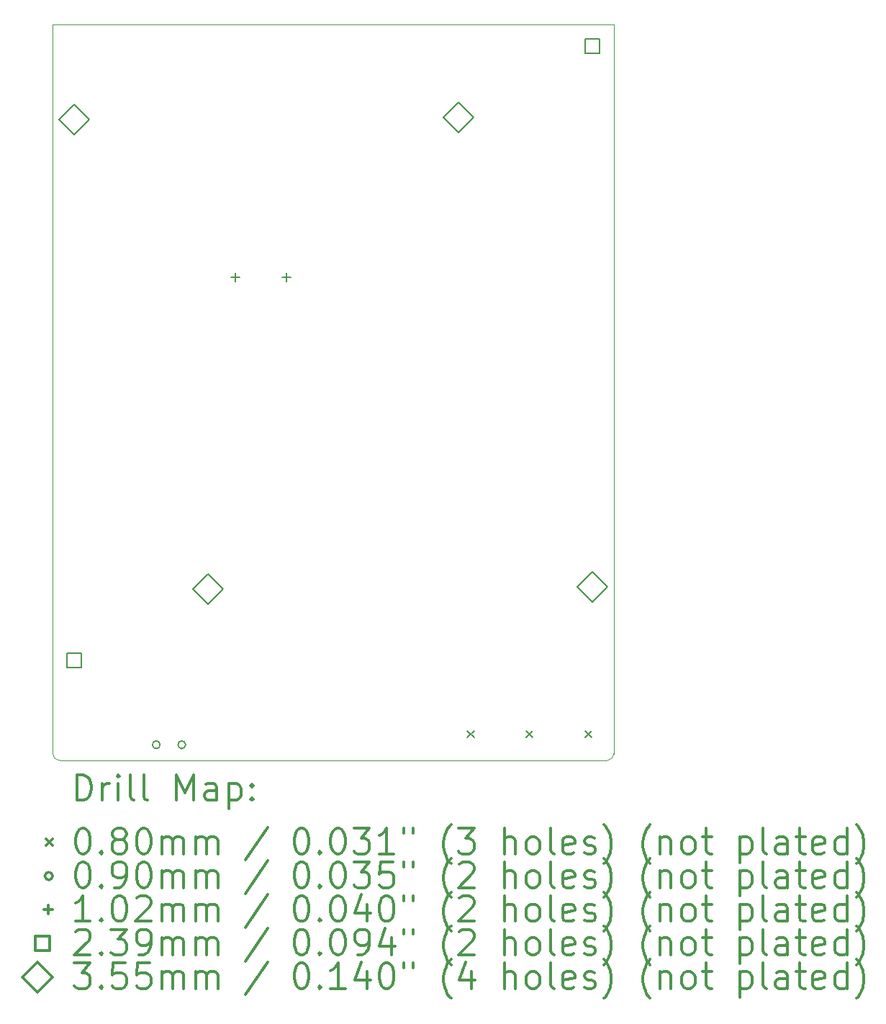
<source format=gbr>
%FSLAX45Y45*%
G04 Gerber Fmt 4.5, Leading zero omitted, Abs format (unit mm)*
G04 Created by KiCad (PCBNEW (5.1.6)-1) date 2022-04-22 11:55:39*
%MOMM*%
%LPD*%
G01*
G04 APERTURE LIST*
%TA.AperFunction,Profile*%
%ADD10C,0.050000*%
%TD*%
%ADD11C,0.200000*%
%ADD12C,0.300000*%
G04 APERTURE END LIST*
D10*
X11480000Y-14450000D02*
X17920000Y-14450000D01*
X11400000Y-5800000D02*
X18000000Y-5800000D01*
X11480000Y-14450000D02*
G75*
G02*
X11400000Y-14370000I0J80000D01*
G01*
X18000000Y-14370000D02*
G75*
G02*
X17920000Y-14450000I-80000J0D01*
G01*
X18000000Y-14370000D02*
X18000000Y-5800000D01*
X11400000Y-5800000D02*
X11400000Y-14370000D01*
D11*
X17659167Y-14102500D02*
X17739167Y-14182500D01*
X17739167Y-14102500D02*
X17659167Y-14182500D01*
X16967083Y-14102500D02*
X17047083Y-14182500D01*
X17047083Y-14102500D02*
X16967083Y-14182500D01*
X16275000Y-14102500D02*
X16355000Y-14182500D01*
X16355000Y-14102500D02*
X16275000Y-14182500D01*
X12662500Y-14265000D02*
G75*
G03*
X12662500Y-14265000I-45000J0D01*
G01*
X12962500Y-14265000D02*
G75*
G03*
X12962500Y-14265000I-45000J0D01*
G01*
X13546000Y-8716000D02*
X13546000Y-8818000D01*
X13495000Y-8767000D02*
X13597000Y-8767000D01*
X14146000Y-8716000D02*
X14146000Y-8818000D01*
X14095000Y-8767000D02*
X14197000Y-8767000D01*
X11737500Y-13355500D02*
X11737500Y-13186500D01*
X11568500Y-13186500D01*
X11568500Y-13355500D01*
X11737500Y-13355500D01*
X17831500Y-6133500D02*
X17831500Y-5964500D01*
X17662500Y-5964500D01*
X17662500Y-6133500D01*
X17831500Y-6133500D01*
X11653000Y-7090500D02*
X11830500Y-6913000D01*
X11653000Y-6735500D01*
X11475500Y-6913000D01*
X11653000Y-7090500D01*
X13227000Y-12610500D02*
X13404500Y-12433000D01*
X13227000Y-12255500D01*
X13049500Y-12433000D01*
X13227000Y-12610500D01*
X16173000Y-7064500D02*
X16350500Y-6887000D01*
X16173000Y-6709500D01*
X15995500Y-6887000D01*
X16173000Y-7064500D01*
X17747000Y-12584500D02*
X17924500Y-12407000D01*
X17747000Y-12229500D01*
X17569500Y-12407000D01*
X17747000Y-12584500D01*
D12*
X11683928Y-14918214D02*
X11683928Y-14618214D01*
X11755357Y-14618214D01*
X11798214Y-14632500D01*
X11826786Y-14661071D01*
X11841071Y-14689643D01*
X11855357Y-14746786D01*
X11855357Y-14789643D01*
X11841071Y-14846786D01*
X11826786Y-14875357D01*
X11798214Y-14903929D01*
X11755357Y-14918214D01*
X11683928Y-14918214D01*
X11983928Y-14918214D02*
X11983928Y-14718214D01*
X11983928Y-14775357D02*
X11998214Y-14746786D01*
X12012500Y-14732500D01*
X12041071Y-14718214D01*
X12069643Y-14718214D01*
X12169643Y-14918214D02*
X12169643Y-14718214D01*
X12169643Y-14618214D02*
X12155357Y-14632500D01*
X12169643Y-14646786D01*
X12183928Y-14632500D01*
X12169643Y-14618214D01*
X12169643Y-14646786D01*
X12355357Y-14918214D02*
X12326786Y-14903929D01*
X12312500Y-14875357D01*
X12312500Y-14618214D01*
X12512500Y-14918214D02*
X12483928Y-14903929D01*
X12469643Y-14875357D01*
X12469643Y-14618214D01*
X12855357Y-14918214D02*
X12855357Y-14618214D01*
X12955357Y-14832500D01*
X13055357Y-14618214D01*
X13055357Y-14918214D01*
X13326786Y-14918214D02*
X13326786Y-14761071D01*
X13312500Y-14732500D01*
X13283928Y-14718214D01*
X13226786Y-14718214D01*
X13198214Y-14732500D01*
X13326786Y-14903929D02*
X13298214Y-14918214D01*
X13226786Y-14918214D01*
X13198214Y-14903929D01*
X13183928Y-14875357D01*
X13183928Y-14846786D01*
X13198214Y-14818214D01*
X13226786Y-14803929D01*
X13298214Y-14803929D01*
X13326786Y-14789643D01*
X13469643Y-14718214D02*
X13469643Y-15018214D01*
X13469643Y-14732500D02*
X13498214Y-14718214D01*
X13555357Y-14718214D01*
X13583928Y-14732500D01*
X13598214Y-14746786D01*
X13612500Y-14775357D01*
X13612500Y-14861071D01*
X13598214Y-14889643D01*
X13583928Y-14903929D01*
X13555357Y-14918214D01*
X13498214Y-14918214D01*
X13469643Y-14903929D01*
X13741071Y-14889643D02*
X13755357Y-14903929D01*
X13741071Y-14918214D01*
X13726786Y-14903929D01*
X13741071Y-14889643D01*
X13741071Y-14918214D01*
X13741071Y-14732500D02*
X13755357Y-14746786D01*
X13741071Y-14761071D01*
X13726786Y-14746786D01*
X13741071Y-14732500D01*
X13741071Y-14761071D01*
X11317500Y-15372500D02*
X11397500Y-15452500D01*
X11397500Y-15372500D02*
X11317500Y-15452500D01*
X11741071Y-15248214D02*
X11769643Y-15248214D01*
X11798214Y-15262500D01*
X11812500Y-15276786D01*
X11826786Y-15305357D01*
X11841071Y-15362500D01*
X11841071Y-15433929D01*
X11826786Y-15491071D01*
X11812500Y-15519643D01*
X11798214Y-15533929D01*
X11769643Y-15548214D01*
X11741071Y-15548214D01*
X11712500Y-15533929D01*
X11698214Y-15519643D01*
X11683928Y-15491071D01*
X11669643Y-15433929D01*
X11669643Y-15362500D01*
X11683928Y-15305357D01*
X11698214Y-15276786D01*
X11712500Y-15262500D01*
X11741071Y-15248214D01*
X11969643Y-15519643D02*
X11983928Y-15533929D01*
X11969643Y-15548214D01*
X11955357Y-15533929D01*
X11969643Y-15519643D01*
X11969643Y-15548214D01*
X12155357Y-15376786D02*
X12126786Y-15362500D01*
X12112500Y-15348214D01*
X12098214Y-15319643D01*
X12098214Y-15305357D01*
X12112500Y-15276786D01*
X12126786Y-15262500D01*
X12155357Y-15248214D01*
X12212500Y-15248214D01*
X12241071Y-15262500D01*
X12255357Y-15276786D01*
X12269643Y-15305357D01*
X12269643Y-15319643D01*
X12255357Y-15348214D01*
X12241071Y-15362500D01*
X12212500Y-15376786D01*
X12155357Y-15376786D01*
X12126786Y-15391071D01*
X12112500Y-15405357D01*
X12098214Y-15433929D01*
X12098214Y-15491071D01*
X12112500Y-15519643D01*
X12126786Y-15533929D01*
X12155357Y-15548214D01*
X12212500Y-15548214D01*
X12241071Y-15533929D01*
X12255357Y-15519643D01*
X12269643Y-15491071D01*
X12269643Y-15433929D01*
X12255357Y-15405357D01*
X12241071Y-15391071D01*
X12212500Y-15376786D01*
X12455357Y-15248214D02*
X12483928Y-15248214D01*
X12512500Y-15262500D01*
X12526786Y-15276786D01*
X12541071Y-15305357D01*
X12555357Y-15362500D01*
X12555357Y-15433929D01*
X12541071Y-15491071D01*
X12526786Y-15519643D01*
X12512500Y-15533929D01*
X12483928Y-15548214D01*
X12455357Y-15548214D01*
X12426786Y-15533929D01*
X12412500Y-15519643D01*
X12398214Y-15491071D01*
X12383928Y-15433929D01*
X12383928Y-15362500D01*
X12398214Y-15305357D01*
X12412500Y-15276786D01*
X12426786Y-15262500D01*
X12455357Y-15248214D01*
X12683928Y-15548214D02*
X12683928Y-15348214D01*
X12683928Y-15376786D02*
X12698214Y-15362500D01*
X12726786Y-15348214D01*
X12769643Y-15348214D01*
X12798214Y-15362500D01*
X12812500Y-15391071D01*
X12812500Y-15548214D01*
X12812500Y-15391071D02*
X12826786Y-15362500D01*
X12855357Y-15348214D01*
X12898214Y-15348214D01*
X12926786Y-15362500D01*
X12941071Y-15391071D01*
X12941071Y-15548214D01*
X13083928Y-15548214D02*
X13083928Y-15348214D01*
X13083928Y-15376786D02*
X13098214Y-15362500D01*
X13126786Y-15348214D01*
X13169643Y-15348214D01*
X13198214Y-15362500D01*
X13212500Y-15391071D01*
X13212500Y-15548214D01*
X13212500Y-15391071D02*
X13226786Y-15362500D01*
X13255357Y-15348214D01*
X13298214Y-15348214D01*
X13326786Y-15362500D01*
X13341071Y-15391071D01*
X13341071Y-15548214D01*
X13926786Y-15233929D02*
X13669643Y-15619643D01*
X14312500Y-15248214D02*
X14341071Y-15248214D01*
X14369643Y-15262500D01*
X14383928Y-15276786D01*
X14398214Y-15305357D01*
X14412500Y-15362500D01*
X14412500Y-15433929D01*
X14398214Y-15491071D01*
X14383928Y-15519643D01*
X14369643Y-15533929D01*
X14341071Y-15548214D01*
X14312500Y-15548214D01*
X14283928Y-15533929D01*
X14269643Y-15519643D01*
X14255357Y-15491071D01*
X14241071Y-15433929D01*
X14241071Y-15362500D01*
X14255357Y-15305357D01*
X14269643Y-15276786D01*
X14283928Y-15262500D01*
X14312500Y-15248214D01*
X14541071Y-15519643D02*
X14555357Y-15533929D01*
X14541071Y-15548214D01*
X14526786Y-15533929D01*
X14541071Y-15519643D01*
X14541071Y-15548214D01*
X14741071Y-15248214D02*
X14769643Y-15248214D01*
X14798214Y-15262500D01*
X14812500Y-15276786D01*
X14826786Y-15305357D01*
X14841071Y-15362500D01*
X14841071Y-15433929D01*
X14826786Y-15491071D01*
X14812500Y-15519643D01*
X14798214Y-15533929D01*
X14769643Y-15548214D01*
X14741071Y-15548214D01*
X14712500Y-15533929D01*
X14698214Y-15519643D01*
X14683928Y-15491071D01*
X14669643Y-15433929D01*
X14669643Y-15362500D01*
X14683928Y-15305357D01*
X14698214Y-15276786D01*
X14712500Y-15262500D01*
X14741071Y-15248214D01*
X14941071Y-15248214D02*
X15126786Y-15248214D01*
X15026786Y-15362500D01*
X15069643Y-15362500D01*
X15098214Y-15376786D01*
X15112500Y-15391071D01*
X15126786Y-15419643D01*
X15126786Y-15491071D01*
X15112500Y-15519643D01*
X15098214Y-15533929D01*
X15069643Y-15548214D01*
X14983928Y-15548214D01*
X14955357Y-15533929D01*
X14941071Y-15519643D01*
X15412500Y-15548214D02*
X15241071Y-15548214D01*
X15326786Y-15548214D02*
X15326786Y-15248214D01*
X15298214Y-15291071D01*
X15269643Y-15319643D01*
X15241071Y-15333929D01*
X15526786Y-15248214D02*
X15526786Y-15305357D01*
X15641071Y-15248214D02*
X15641071Y-15305357D01*
X16083928Y-15662500D02*
X16069643Y-15648214D01*
X16041071Y-15605357D01*
X16026786Y-15576786D01*
X16012500Y-15533929D01*
X15998214Y-15462500D01*
X15998214Y-15405357D01*
X16012500Y-15333929D01*
X16026786Y-15291071D01*
X16041071Y-15262500D01*
X16069643Y-15219643D01*
X16083928Y-15205357D01*
X16169643Y-15248214D02*
X16355357Y-15248214D01*
X16255357Y-15362500D01*
X16298214Y-15362500D01*
X16326786Y-15376786D01*
X16341071Y-15391071D01*
X16355357Y-15419643D01*
X16355357Y-15491071D01*
X16341071Y-15519643D01*
X16326786Y-15533929D01*
X16298214Y-15548214D01*
X16212500Y-15548214D01*
X16183928Y-15533929D01*
X16169643Y-15519643D01*
X16712500Y-15548214D02*
X16712500Y-15248214D01*
X16841071Y-15548214D02*
X16841071Y-15391071D01*
X16826786Y-15362500D01*
X16798214Y-15348214D01*
X16755357Y-15348214D01*
X16726786Y-15362500D01*
X16712500Y-15376786D01*
X17026786Y-15548214D02*
X16998214Y-15533929D01*
X16983928Y-15519643D01*
X16969643Y-15491071D01*
X16969643Y-15405357D01*
X16983928Y-15376786D01*
X16998214Y-15362500D01*
X17026786Y-15348214D01*
X17069643Y-15348214D01*
X17098214Y-15362500D01*
X17112500Y-15376786D01*
X17126786Y-15405357D01*
X17126786Y-15491071D01*
X17112500Y-15519643D01*
X17098214Y-15533929D01*
X17069643Y-15548214D01*
X17026786Y-15548214D01*
X17298214Y-15548214D02*
X17269643Y-15533929D01*
X17255357Y-15505357D01*
X17255357Y-15248214D01*
X17526786Y-15533929D02*
X17498214Y-15548214D01*
X17441071Y-15548214D01*
X17412500Y-15533929D01*
X17398214Y-15505357D01*
X17398214Y-15391071D01*
X17412500Y-15362500D01*
X17441071Y-15348214D01*
X17498214Y-15348214D01*
X17526786Y-15362500D01*
X17541071Y-15391071D01*
X17541071Y-15419643D01*
X17398214Y-15448214D01*
X17655357Y-15533929D02*
X17683928Y-15548214D01*
X17741071Y-15548214D01*
X17769643Y-15533929D01*
X17783928Y-15505357D01*
X17783928Y-15491071D01*
X17769643Y-15462500D01*
X17741071Y-15448214D01*
X17698214Y-15448214D01*
X17669643Y-15433929D01*
X17655357Y-15405357D01*
X17655357Y-15391071D01*
X17669643Y-15362500D01*
X17698214Y-15348214D01*
X17741071Y-15348214D01*
X17769643Y-15362500D01*
X17883928Y-15662500D02*
X17898214Y-15648214D01*
X17926786Y-15605357D01*
X17941071Y-15576786D01*
X17955357Y-15533929D01*
X17969643Y-15462500D01*
X17969643Y-15405357D01*
X17955357Y-15333929D01*
X17941071Y-15291071D01*
X17926786Y-15262500D01*
X17898214Y-15219643D01*
X17883928Y-15205357D01*
X18426786Y-15662500D02*
X18412500Y-15648214D01*
X18383928Y-15605357D01*
X18369643Y-15576786D01*
X18355357Y-15533929D01*
X18341071Y-15462500D01*
X18341071Y-15405357D01*
X18355357Y-15333929D01*
X18369643Y-15291071D01*
X18383928Y-15262500D01*
X18412500Y-15219643D01*
X18426786Y-15205357D01*
X18541071Y-15348214D02*
X18541071Y-15548214D01*
X18541071Y-15376786D02*
X18555357Y-15362500D01*
X18583928Y-15348214D01*
X18626786Y-15348214D01*
X18655357Y-15362500D01*
X18669643Y-15391071D01*
X18669643Y-15548214D01*
X18855357Y-15548214D02*
X18826786Y-15533929D01*
X18812500Y-15519643D01*
X18798214Y-15491071D01*
X18798214Y-15405357D01*
X18812500Y-15376786D01*
X18826786Y-15362500D01*
X18855357Y-15348214D01*
X18898214Y-15348214D01*
X18926786Y-15362500D01*
X18941071Y-15376786D01*
X18955357Y-15405357D01*
X18955357Y-15491071D01*
X18941071Y-15519643D01*
X18926786Y-15533929D01*
X18898214Y-15548214D01*
X18855357Y-15548214D01*
X19041071Y-15348214D02*
X19155357Y-15348214D01*
X19083928Y-15248214D02*
X19083928Y-15505357D01*
X19098214Y-15533929D01*
X19126786Y-15548214D01*
X19155357Y-15548214D01*
X19483928Y-15348214D02*
X19483928Y-15648214D01*
X19483928Y-15362500D02*
X19512500Y-15348214D01*
X19569643Y-15348214D01*
X19598214Y-15362500D01*
X19612500Y-15376786D01*
X19626786Y-15405357D01*
X19626786Y-15491071D01*
X19612500Y-15519643D01*
X19598214Y-15533929D01*
X19569643Y-15548214D01*
X19512500Y-15548214D01*
X19483928Y-15533929D01*
X19798214Y-15548214D02*
X19769643Y-15533929D01*
X19755357Y-15505357D01*
X19755357Y-15248214D01*
X20041071Y-15548214D02*
X20041071Y-15391071D01*
X20026786Y-15362500D01*
X19998214Y-15348214D01*
X19941071Y-15348214D01*
X19912500Y-15362500D01*
X20041071Y-15533929D02*
X20012500Y-15548214D01*
X19941071Y-15548214D01*
X19912500Y-15533929D01*
X19898214Y-15505357D01*
X19898214Y-15476786D01*
X19912500Y-15448214D01*
X19941071Y-15433929D01*
X20012500Y-15433929D01*
X20041071Y-15419643D01*
X20141071Y-15348214D02*
X20255357Y-15348214D01*
X20183928Y-15248214D02*
X20183928Y-15505357D01*
X20198214Y-15533929D01*
X20226786Y-15548214D01*
X20255357Y-15548214D01*
X20469643Y-15533929D02*
X20441071Y-15548214D01*
X20383928Y-15548214D01*
X20355357Y-15533929D01*
X20341071Y-15505357D01*
X20341071Y-15391071D01*
X20355357Y-15362500D01*
X20383928Y-15348214D01*
X20441071Y-15348214D01*
X20469643Y-15362500D01*
X20483928Y-15391071D01*
X20483928Y-15419643D01*
X20341071Y-15448214D01*
X20741071Y-15548214D02*
X20741071Y-15248214D01*
X20741071Y-15533929D02*
X20712500Y-15548214D01*
X20655357Y-15548214D01*
X20626786Y-15533929D01*
X20612500Y-15519643D01*
X20598214Y-15491071D01*
X20598214Y-15405357D01*
X20612500Y-15376786D01*
X20626786Y-15362500D01*
X20655357Y-15348214D01*
X20712500Y-15348214D01*
X20741071Y-15362500D01*
X20855357Y-15662500D02*
X20869643Y-15648214D01*
X20898214Y-15605357D01*
X20912500Y-15576786D01*
X20926786Y-15533929D01*
X20941071Y-15462500D01*
X20941071Y-15405357D01*
X20926786Y-15333929D01*
X20912500Y-15291071D01*
X20898214Y-15262500D01*
X20869643Y-15219643D01*
X20855357Y-15205357D01*
X11397500Y-15808500D02*
G75*
G03*
X11397500Y-15808500I-45000J0D01*
G01*
X11741071Y-15644214D02*
X11769643Y-15644214D01*
X11798214Y-15658500D01*
X11812500Y-15672786D01*
X11826786Y-15701357D01*
X11841071Y-15758500D01*
X11841071Y-15829929D01*
X11826786Y-15887071D01*
X11812500Y-15915643D01*
X11798214Y-15929929D01*
X11769643Y-15944214D01*
X11741071Y-15944214D01*
X11712500Y-15929929D01*
X11698214Y-15915643D01*
X11683928Y-15887071D01*
X11669643Y-15829929D01*
X11669643Y-15758500D01*
X11683928Y-15701357D01*
X11698214Y-15672786D01*
X11712500Y-15658500D01*
X11741071Y-15644214D01*
X11969643Y-15915643D02*
X11983928Y-15929929D01*
X11969643Y-15944214D01*
X11955357Y-15929929D01*
X11969643Y-15915643D01*
X11969643Y-15944214D01*
X12126786Y-15944214D02*
X12183928Y-15944214D01*
X12212500Y-15929929D01*
X12226786Y-15915643D01*
X12255357Y-15872786D01*
X12269643Y-15815643D01*
X12269643Y-15701357D01*
X12255357Y-15672786D01*
X12241071Y-15658500D01*
X12212500Y-15644214D01*
X12155357Y-15644214D01*
X12126786Y-15658500D01*
X12112500Y-15672786D01*
X12098214Y-15701357D01*
X12098214Y-15772786D01*
X12112500Y-15801357D01*
X12126786Y-15815643D01*
X12155357Y-15829929D01*
X12212500Y-15829929D01*
X12241071Y-15815643D01*
X12255357Y-15801357D01*
X12269643Y-15772786D01*
X12455357Y-15644214D02*
X12483928Y-15644214D01*
X12512500Y-15658500D01*
X12526786Y-15672786D01*
X12541071Y-15701357D01*
X12555357Y-15758500D01*
X12555357Y-15829929D01*
X12541071Y-15887071D01*
X12526786Y-15915643D01*
X12512500Y-15929929D01*
X12483928Y-15944214D01*
X12455357Y-15944214D01*
X12426786Y-15929929D01*
X12412500Y-15915643D01*
X12398214Y-15887071D01*
X12383928Y-15829929D01*
X12383928Y-15758500D01*
X12398214Y-15701357D01*
X12412500Y-15672786D01*
X12426786Y-15658500D01*
X12455357Y-15644214D01*
X12683928Y-15944214D02*
X12683928Y-15744214D01*
X12683928Y-15772786D02*
X12698214Y-15758500D01*
X12726786Y-15744214D01*
X12769643Y-15744214D01*
X12798214Y-15758500D01*
X12812500Y-15787071D01*
X12812500Y-15944214D01*
X12812500Y-15787071D02*
X12826786Y-15758500D01*
X12855357Y-15744214D01*
X12898214Y-15744214D01*
X12926786Y-15758500D01*
X12941071Y-15787071D01*
X12941071Y-15944214D01*
X13083928Y-15944214D02*
X13083928Y-15744214D01*
X13083928Y-15772786D02*
X13098214Y-15758500D01*
X13126786Y-15744214D01*
X13169643Y-15744214D01*
X13198214Y-15758500D01*
X13212500Y-15787071D01*
X13212500Y-15944214D01*
X13212500Y-15787071D02*
X13226786Y-15758500D01*
X13255357Y-15744214D01*
X13298214Y-15744214D01*
X13326786Y-15758500D01*
X13341071Y-15787071D01*
X13341071Y-15944214D01*
X13926786Y-15629929D02*
X13669643Y-16015643D01*
X14312500Y-15644214D02*
X14341071Y-15644214D01*
X14369643Y-15658500D01*
X14383928Y-15672786D01*
X14398214Y-15701357D01*
X14412500Y-15758500D01*
X14412500Y-15829929D01*
X14398214Y-15887071D01*
X14383928Y-15915643D01*
X14369643Y-15929929D01*
X14341071Y-15944214D01*
X14312500Y-15944214D01*
X14283928Y-15929929D01*
X14269643Y-15915643D01*
X14255357Y-15887071D01*
X14241071Y-15829929D01*
X14241071Y-15758500D01*
X14255357Y-15701357D01*
X14269643Y-15672786D01*
X14283928Y-15658500D01*
X14312500Y-15644214D01*
X14541071Y-15915643D02*
X14555357Y-15929929D01*
X14541071Y-15944214D01*
X14526786Y-15929929D01*
X14541071Y-15915643D01*
X14541071Y-15944214D01*
X14741071Y-15644214D02*
X14769643Y-15644214D01*
X14798214Y-15658500D01*
X14812500Y-15672786D01*
X14826786Y-15701357D01*
X14841071Y-15758500D01*
X14841071Y-15829929D01*
X14826786Y-15887071D01*
X14812500Y-15915643D01*
X14798214Y-15929929D01*
X14769643Y-15944214D01*
X14741071Y-15944214D01*
X14712500Y-15929929D01*
X14698214Y-15915643D01*
X14683928Y-15887071D01*
X14669643Y-15829929D01*
X14669643Y-15758500D01*
X14683928Y-15701357D01*
X14698214Y-15672786D01*
X14712500Y-15658500D01*
X14741071Y-15644214D01*
X14941071Y-15644214D02*
X15126786Y-15644214D01*
X15026786Y-15758500D01*
X15069643Y-15758500D01*
X15098214Y-15772786D01*
X15112500Y-15787071D01*
X15126786Y-15815643D01*
X15126786Y-15887071D01*
X15112500Y-15915643D01*
X15098214Y-15929929D01*
X15069643Y-15944214D01*
X14983928Y-15944214D01*
X14955357Y-15929929D01*
X14941071Y-15915643D01*
X15398214Y-15644214D02*
X15255357Y-15644214D01*
X15241071Y-15787071D01*
X15255357Y-15772786D01*
X15283928Y-15758500D01*
X15355357Y-15758500D01*
X15383928Y-15772786D01*
X15398214Y-15787071D01*
X15412500Y-15815643D01*
X15412500Y-15887071D01*
X15398214Y-15915643D01*
X15383928Y-15929929D01*
X15355357Y-15944214D01*
X15283928Y-15944214D01*
X15255357Y-15929929D01*
X15241071Y-15915643D01*
X15526786Y-15644214D02*
X15526786Y-15701357D01*
X15641071Y-15644214D02*
X15641071Y-15701357D01*
X16083928Y-16058500D02*
X16069643Y-16044214D01*
X16041071Y-16001357D01*
X16026786Y-15972786D01*
X16012500Y-15929929D01*
X15998214Y-15858500D01*
X15998214Y-15801357D01*
X16012500Y-15729929D01*
X16026786Y-15687071D01*
X16041071Y-15658500D01*
X16069643Y-15615643D01*
X16083928Y-15601357D01*
X16183928Y-15672786D02*
X16198214Y-15658500D01*
X16226786Y-15644214D01*
X16298214Y-15644214D01*
X16326786Y-15658500D01*
X16341071Y-15672786D01*
X16355357Y-15701357D01*
X16355357Y-15729929D01*
X16341071Y-15772786D01*
X16169643Y-15944214D01*
X16355357Y-15944214D01*
X16712500Y-15944214D02*
X16712500Y-15644214D01*
X16841071Y-15944214D02*
X16841071Y-15787071D01*
X16826786Y-15758500D01*
X16798214Y-15744214D01*
X16755357Y-15744214D01*
X16726786Y-15758500D01*
X16712500Y-15772786D01*
X17026786Y-15944214D02*
X16998214Y-15929929D01*
X16983928Y-15915643D01*
X16969643Y-15887071D01*
X16969643Y-15801357D01*
X16983928Y-15772786D01*
X16998214Y-15758500D01*
X17026786Y-15744214D01*
X17069643Y-15744214D01*
X17098214Y-15758500D01*
X17112500Y-15772786D01*
X17126786Y-15801357D01*
X17126786Y-15887071D01*
X17112500Y-15915643D01*
X17098214Y-15929929D01*
X17069643Y-15944214D01*
X17026786Y-15944214D01*
X17298214Y-15944214D02*
X17269643Y-15929929D01*
X17255357Y-15901357D01*
X17255357Y-15644214D01*
X17526786Y-15929929D02*
X17498214Y-15944214D01*
X17441071Y-15944214D01*
X17412500Y-15929929D01*
X17398214Y-15901357D01*
X17398214Y-15787071D01*
X17412500Y-15758500D01*
X17441071Y-15744214D01*
X17498214Y-15744214D01*
X17526786Y-15758500D01*
X17541071Y-15787071D01*
X17541071Y-15815643D01*
X17398214Y-15844214D01*
X17655357Y-15929929D02*
X17683928Y-15944214D01*
X17741071Y-15944214D01*
X17769643Y-15929929D01*
X17783928Y-15901357D01*
X17783928Y-15887071D01*
X17769643Y-15858500D01*
X17741071Y-15844214D01*
X17698214Y-15844214D01*
X17669643Y-15829929D01*
X17655357Y-15801357D01*
X17655357Y-15787071D01*
X17669643Y-15758500D01*
X17698214Y-15744214D01*
X17741071Y-15744214D01*
X17769643Y-15758500D01*
X17883928Y-16058500D02*
X17898214Y-16044214D01*
X17926786Y-16001357D01*
X17941071Y-15972786D01*
X17955357Y-15929929D01*
X17969643Y-15858500D01*
X17969643Y-15801357D01*
X17955357Y-15729929D01*
X17941071Y-15687071D01*
X17926786Y-15658500D01*
X17898214Y-15615643D01*
X17883928Y-15601357D01*
X18426786Y-16058500D02*
X18412500Y-16044214D01*
X18383928Y-16001357D01*
X18369643Y-15972786D01*
X18355357Y-15929929D01*
X18341071Y-15858500D01*
X18341071Y-15801357D01*
X18355357Y-15729929D01*
X18369643Y-15687071D01*
X18383928Y-15658500D01*
X18412500Y-15615643D01*
X18426786Y-15601357D01*
X18541071Y-15744214D02*
X18541071Y-15944214D01*
X18541071Y-15772786D02*
X18555357Y-15758500D01*
X18583928Y-15744214D01*
X18626786Y-15744214D01*
X18655357Y-15758500D01*
X18669643Y-15787071D01*
X18669643Y-15944214D01*
X18855357Y-15944214D02*
X18826786Y-15929929D01*
X18812500Y-15915643D01*
X18798214Y-15887071D01*
X18798214Y-15801357D01*
X18812500Y-15772786D01*
X18826786Y-15758500D01*
X18855357Y-15744214D01*
X18898214Y-15744214D01*
X18926786Y-15758500D01*
X18941071Y-15772786D01*
X18955357Y-15801357D01*
X18955357Y-15887071D01*
X18941071Y-15915643D01*
X18926786Y-15929929D01*
X18898214Y-15944214D01*
X18855357Y-15944214D01*
X19041071Y-15744214D02*
X19155357Y-15744214D01*
X19083928Y-15644214D02*
X19083928Y-15901357D01*
X19098214Y-15929929D01*
X19126786Y-15944214D01*
X19155357Y-15944214D01*
X19483928Y-15744214D02*
X19483928Y-16044214D01*
X19483928Y-15758500D02*
X19512500Y-15744214D01*
X19569643Y-15744214D01*
X19598214Y-15758500D01*
X19612500Y-15772786D01*
X19626786Y-15801357D01*
X19626786Y-15887071D01*
X19612500Y-15915643D01*
X19598214Y-15929929D01*
X19569643Y-15944214D01*
X19512500Y-15944214D01*
X19483928Y-15929929D01*
X19798214Y-15944214D02*
X19769643Y-15929929D01*
X19755357Y-15901357D01*
X19755357Y-15644214D01*
X20041071Y-15944214D02*
X20041071Y-15787071D01*
X20026786Y-15758500D01*
X19998214Y-15744214D01*
X19941071Y-15744214D01*
X19912500Y-15758500D01*
X20041071Y-15929929D02*
X20012500Y-15944214D01*
X19941071Y-15944214D01*
X19912500Y-15929929D01*
X19898214Y-15901357D01*
X19898214Y-15872786D01*
X19912500Y-15844214D01*
X19941071Y-15829929D01*
X20012500Y-15829929D01*
X20041071Y-15815643D01*
X20141071Y-15744214D02*
X20255357Y-15744214D01*
X20183928Y-15644214D02*
X20183928Y-15901357D01*
X20198214Y-15929929D01*
X20226786Y-15944214D01*
X20255357Y-15944214D01*
X20469643Y-15929929D02*
X20441071Y-15944214D01*
X20383928Y-15944214D01*
X20355357Y-15929929D01*
X20341071Y-15901357D01*
X20341071Y-15787071D01*
X20355357Y-15758500D01*
X20383928Y-15744214D01*
X20441071Y-15744214D01*
X20469643Y-15758500D01*
X20483928Y-15787071D01*
X20483928Y-15815643D01*
X20341071Y-15844214D01*
X20741071Y-15944214D02*
X20741071Y-15644214D01*
X20741071Y-15929929D02*
X20712500Y-15944214D01*
X20655357Y-15944214D01*
X20626786Y-15929929D01*
X20612500Y-15915643D01*
X20598214Y-15887071D01*
X20598214Y-15801357D01*
X20612500Y-15772786D01*
X20626786Y-15758500D01*
X20655357Y-15744214D01*
X20712500Y-15744214D01*
X20741071Y-15758500D01*
X20855357Y-16058500D02*
X20869643Y-16044214D01*
X20898214Y-16001357D01*
X20912500Y-15972786D01*
X20926786Y-15929929D01*
X20941071Y-15858500D01*
X20941071Y-15801357D01*
X20926786Y-15729929D01*
X20912500Y-15687071D01*
X20898214Y-15658500D01*
X20869643Y-15615643D01*
X20855357Y-15601357D01*
X11346500Y-16153500D02*
X11346500Y-16255500D01*
X11295500Y-16204500D02*
X11397500Y-16204500D01*
X11841071Y-16340214D02*
X11669643Y-16340214D01*
X11755357Y-16340214D02*
X11755357Y-16040214D01*
X11726786Y-16083071D01*
X11698214Y-16111643D01*
X11669643Y-16125929D01*
X11969643Y-16311643D02*
X11983928Y-16325929D01*
X11969643Y-16340214D01*
X11955357Y-16325929D01*
X11969643Y-16311643D01*
X11969643Y-16340214D01*
X12169643Y-16040214D02*
X12198214Y-16040214D01*
X12226786Y-16054500D01*
X12241071Y-16068786D01*
X12255357Y-16097357D01*
X12269643Y-16154500D01*
X12269643Y-16225929D01*
X12255357Y-16283071D01*
X12241071Y-16311643D01*
X12226786Y-16325929D01*
X12198214Y-16340214D01*
X12169643Y-16340214D01*
X12141071Y-16325929D01*
X12126786Y-16311643D01*
X12112500Y-16283071D01*
X12098214Y-16225929D01*
X12098214Y-16154500D01*
X12112500Y-16097357D01*
X12126786Y-16068786D01*
X12141071Y-16054500D01*
X12169643Y-16040214D01*
X12383928Y-16068786D02*
X12398214Y-16054500D01*
X12426786Y-16040214D01*
X12498214Y-16040214D01*
X12526786Y-16054500D01*
X12541071Y-16068786D01*
X12555357Y-16097357D01*
X12555357Y-16125929D01*
X12541071Y-16168786D01*
X12369643Y-16340214D01*
X12555357Y-16340214D01*
X12683928Y-16340214D02*
X12683928Y-16140214D01*
X12683928Y-16168786D02*
X12698214Y-16154500D01*
X12726786Y-16140214D01*
X12769643Y-16140214D01*
X12798214Y-16154500D01*
X12812500Y-16183071D01*
X12812500Y-16340214D01*
X12812500Y-16183071D02*
X12826786Y-16154500D01*
X12855357Y-16140214D01*
X12898214Y-16140214D01*
X12926786Y-16154500D01*
X12941071Y-16183071D01*
X12941071Y-16340214D01*
X13083928Y-16340214D02*
X13083928Y-16140214D01*
X13083928Y-16168786D02*
X13098214Y-16154500D01*
X13126786Y-16140214D01*
X13169643Y-16140214D01*
X13198214Y-16154500D01*
X13212500Y-16183071D01*
X13212500Y-16340214D01*
X13212500Y-16183071D02*
X13226786Y-16154500D01*
X13255357Y-16140214D01*
X13298214Y-16140214D01*
X13326786Y-16154500D01*
X13341071Y-16183071D01*
X13341071Y-16340214D01*
X13926786Y-16025929D02*
X13669643Y-16411643D01*
X14312500Y-16040214D02*
X14341071Y-16040214D01*
X14369643Y-16054500D01*
X14383928Y-16068786D01*
X14398214Y-16097357D01*
X14412500Y-16154500D01*
X14412500Y-16225929D01*
X14398214Y-16283071D01*
X14383928Y-16311643D01*
X14369643Y-16325929D01*
X14341071Y-16340214D01*
X14312500Y-16340214D01*
X14283928Y-16325929D01*
X14269643Y-16311643D01*
X14255357Y-16283071D01*
X14241071Y-16225929D01*
X14241071Y-16154500D01*
X14255357Y-16097357D01*
X14269643Y-16068786D01*
X14283928Y-16054500D01*
X14312500Y-16040214D01*
X14541071Y-16311643D02*
X14555357Y-16325929D01*
X14541071Y-16340214D01*
X14526786Y-16325929D01*
X14541071Y-16311643D01*
X14541071Y-16340214D01*
X14741071Y-16040214D02*
X14769643Y-16040214D01*
X14798214Y-16054500D01*
X14812500Y-16068786D01*
X14826786Y-16097357D01*
X14841071Y-16154500D01*
X14841071Y-16225929D01*
X14826786Y-16283071D01*
X14812500Y-16311643D01*
X14798214Y-16325929D01*
X14769643Y-16340214D01*
X14741071Y-16340214D01*
X14712500Y-16325929D01*
X14698214Y-16311643D01*
X14683928Y-16283071D01*
X14669643Y-16225929D01*
X14669643Y-16154500D01*
X14683928Y-16097357D01*
X14698214Y-16068786D01*
X14712500Y-16054500D01*
X14741071Y-16040214D01*
X15098214Y-16140214D02*
X15098214Y-16340214D01*
X15026786Y-16025929D02*
X14955357Y-16240214D01*
X15141071Y-16240214D01*
X15312500Y-16040214D02*
X15341071Y-16040214D01*
X15369643Y-16054500D01*
X15383928Y-16068786D01*
X15398214Y-16097357D01*
X15412500Y-16154500D01*
X15412500Y-16225929D01*
X15398214Y-16283071D01*
X15383928Y-16311643D01*
X15369643Y-16325929D01*
X15341071Y-16340214D01*
X15312500Y-16340214D01*
X15283928Y-16325929D01*
X15269643Y-16311643D01*
X15255357Y-16283071D01*
X15241071Y-16225929D01*
X15241071Y-16154500D01*
X15255357Y-16097357D01*
X15269643Y-16068786D01*
X15283928Y-16054500D01*
X15312500Y-16040214D01*
X15526786Y-16040214D02*
X15526786Y-16097357D01*
X15641071Y-16040214D02*
X15641071Y-16097357D01*
X16083928Y-16454500D02*
X16069643Y-16440214D01*
X16041071Y-16397357D01*
X16026786Y-16368786D01*
X16012500Y-16325929D01*
X15998214Y-16254500D01*
X15998214Y-16197357D01*
X16012500Y-16125929D01*
X16026786Y-16083071D01*
X16041071Y-16054500D01*
X16069643Y-16011643D01*
X16083928Y-15997357D01*
X16183928Y-16068786D02*
X16198214Y-16054500D01*
X16226786Y-16040214D01*
X16298214Y-16040214D01*
X16326786Y-16054500D01*
X16341071Y-16068786D01*
X16355357Y-16097357D01*
X16355357Y-16125929D01*
X16341071Y-16168786D01*
X16169643Y-16340214D01*
X16355357Y-16340214D01*
X16712500Y-16340214D02*
X16712500Y-16040214D01*
X16841071Y-16340214D02*
X16841071Y-16183071D01*
X16826786Y-16154500D01*
X16798214Y-16140214D01*
X16755357Y-16140214D01*
X16726786Y-16154500D01*
X16712500Y-16168786D01*
X17026786Y-16340214D02*
X16998214Y-16325929D01*
X16983928Y-16311643D01*
X16969643Y-16283071D01*
X16969643Y-16197357D01*
X16983928Y-16168786D01*
X16998214Y-16154500D01*
X17026786Y-16140214D01*
X17069643Y-16140214D01*
X17098214Y-16154500D01*
X17112500Y-16168786D01*
X17126786Y-16197357D01*
X17126786Y-16283071D01*
X17112500Y-16311643D01*
X17098214Y-16325929D01*
X17069643Y-16340214D01*
X17026786Y-16340214D01*
X17298214Y-16340214D02*
X17269643Y-16325929D01*
X17255357Y-16297357D01*
X17255357Y-16040214D01*
X17526786Y-16325929D02*
X17498214Y-16340214D01*
X17441071Y-16340214D01*
X17412500Y-16325929D01*
X17398214Y-16297357D01*
X17398214Y-16183071D01*
X17412500Y-16154500D01*
X17441071Y-16140214D01*
X17498214Y-16140214D01*
X17526786Y-16154500D01*
X17541071Y-16183071D01*
X17541071Y-16211643D01*
X17398214Y-16240214D01*
X17655357Y-16325929D02*
X17683928Y-16340214D01*
X17741071Y-16340214D01*
X17769643Y-16325929D01*
X17783928Y-16297357D01*
X17783928Y-16283071D01*
X17769643Y-16254500D01*
X17741071Y-16240214D01*
X17698214Y-16240214D01*
X17669643Y-16225929D01*
X17655357Y-16197357D01*
X17655357Y-16183071D01*
X17669643Y-16154500D01*
X17698214Y-16140214D01*
X17741071Y-16140214D01*
X17769643Y-16154500D01*
X17883928Y-16454500D02*
X17898214Y-16440214D01*
X17926786Y-16397357D01*
X17941071Y-16368786D01*
X17955357Y-16325929D01*
X17969643Y-16254500D01*
X17969643Y-16197357D01*
X17955357Y-16125929D01*
X17941071Y-16083071D01*
X17926786Y-16054500D01*
X17898214Y-16011643D01*
X17883928Y-15997357D01*
X18426786Y-16454500D02*
X18412500Y-16440214D01*
X18383928Y-16397357D01*
X18369643Y-16368786D01*
X18355357Y-16325929D01*
X18341071Y-16254500D01*
X18341071Y-16197357D01*
X18355357Y-16125929D01*
X18369643Y-16083071D01*
X18383928Y-16054500D01*
X18412500Y-16011643D01*
X18426786Y-15997357D01*
X18541071Y-16140214D02*
X18541071Y-16340214D01*
X18541071Y-16168786D02*
X18555357Y-16154500D01*
X18583928Y-16140214D01*
X18626786Y-16140214D01*
X18655357Y-16154500D01*
X18669643Y-16183071D01*
X18669643Y-16340214D01*
X18855357Y-16340214D02*
X18826786Y-16325929D01*
X18812500Y-16311643D01*
X18798214Y-16283071D01*
X18798214Y-16197357D01*
X18812500Y-16168786D01*
X18826786Y-16154500D01*
X18855357Y-16140214D01*
X18898214Y-16140214D01*
X18926786Y-16154500D01*
X18941071Y-16168786D01*
X18955357Y-16197357D01*
X18955357Y-16283071D01*
X18941071Y-16311643D01*
X18926786Y-16325929D01*
X18898214Y-16340214D01*
X18855357Y-16340214D01*
X19041071Y-16140214D02*
X19155357Y-16140214D01*
X19083928Y-16040214D02*
X19083928Y-16297357D01*
X19098214Y-16325929D01*
X19126786Y-16340214D01*
X19155357Y-16340214D01*
X19483928Y-16140214D02*
X19483928Y-16440214D01*
X19483928Y-16154500D02*
X19512500Y-16140214D01*
X19569643Y-16140214D01*
X19598214Y-16154500D01*
X19612500Y-16168786D01*
X19626786Y-16197357D01*
X19626786Y-16283071D01*
X19612500Y-16311643D01*
X19598214Y-16325929D01*
X19569643Y-16340214D01*
X19512500Y-16340214D01*
X19483928Y-16325929D01*
X19798214Y-16340214D02*
X19769643Y-16325929D01*
X19755357Y-16297357D01*
X19755357Y-16040214D01*
X20041071Y-16340214D02*
X20041071Y-16183071D01*
X20026786Y-16154500D01*
X19998214Y-16140214D01*
X19941071Y-16140214D01*
X19912500Y-16154500D01*
X20041071Y-16325929D02*
X20012500Y-16340214D01*
X19941071Y-16340214D01*
X19912500Y-16325929D01*
X19898214Y-16297357D01*
X19898214Y-16268786D01*
X19912500Y-16240214D01*
X19941071Y-16225929D01*
X20012500Y-16225929D01*
X20041071Y-16211643D01*
X20141071Y-16140214D02*
X20255357Y-16140214D01*
X20183928Y-16040214D02*
X20183928Y-16297357D01*
X20198214Y-16325929D01*
X20226786Y-16340214D01*
X20255357Y-16340214D01*
X20469643Y-16325929D02*
X20441071Y-16340214D01*
X20383928Y-16340214D01*
X20355357Y-16325929D01*
X20341071Y-16297357D01*
X20341071Y-16183071D01*
X20355357Y-16154500D01*
X20383928Y-16140214D01*
X20441071Y-16140214D01*
X20469643Y-16154500D01*
X20483928Y-16183071D01*
X20483928Y-16211643D01*
X20341071Y-16240214D01*
X20741071Y-16340214D02*
X20741071Y-16040214D01*
X20741071Y-16325929D02*
X20712500Y-16340214D01*
X20655357Y-16340214D01*
X20626786Y-16325929D01*
X20612500Y-16311643D01*
X20598214Y-16283071D01*
X20598214Y-16197357D01*
X20612500Y-16168786D01*
X20626786Y-16154500D01*
X20655357Y-16140214D01*
X20712500Y-16140214D01*
X20741071Y-16154500D01*
X20855357Y-16454500D02*
X20869643Y-16440214D01*
X20898214Y-16397357D01*
X20912500Y-16368786D01*
X20926786Y-16325929D01*
X20941071Y-16254500D01*
X20941071Y-16197357D01*
X20926786Y-16125929D01*
X20912500Y-16083071D01*
X20898214Y-16054500D01*
X20869643Y-16011643D01*
X20855357Y-15997357D01*
X11362500Y-16685000D02*
X11362500Y-16516000D01*
X11193500Y-16516000D01*
X11193500Y-16685000D01*
X11362500Y-16685000D01*
X11669643Y-16464786D02*
X11683928Y-16450500D01*
X11712500Y-16436214D01*
X11783928Y-16436214D01*
X11812500Y-16450500D01*
X11826786Y-16464786D01*
X11841071Y-16493357D01*
X11841071Y-16521929D01*
X11826786Y-16564786D01*
X11655357Y-16736214D01*
X11841071Y-16736214D01*
X11969643Y-16707643D02*
X11983928Y-16721929D01*
X11969643Y-16736214D01*
X11955357Y-16721929D01*
X11969643Y-16707643D01*
X11969643Y-16736214D01*
X12083928Y-16436214D02*
X12269643Y-16436214D01*
X12169643Y-16550500D01*
X12212500Y-16550500D01*
X12241071Y-16564786D01*
X12255357Y-16579071D01*
X12269643Y-16607643D01*
X12269643Y-16679071D01*
X12255357Y-16707643D01*
X12241071Y-16721929D01*
X12212500Y-16736214D01*
X12126786Y-16736214D01*
X12098214Y-16721929D01*
X12083928Y-16707643D01*
X12412500Y-16736214D02*
X12469643Y-16736214D01*
X12498214Y-16721929D01*
X12512500Y-16707643D01*
X12541071Y-16664786D01*
X12555357Y-16607643D01*
X12555357Y-16493357D01*
X12541071Y-16464786D01*
X12526786Y-16450500D01*
X12498214Y-16436214D01*
X12441071Y-16436214D01*
X12412500Y-16450500D01*
X12398214Y-16464786D01*
X12383928Y-16493357D01*
X12383928Y-16564786D01*
X12398214Y-16593357D01*
X12412500Y-16607643D01*
X12441071Y-16621929D01*
X12498214Y-16621929D01*
X12526786Y-16607643D01*
X12541071Y-16593357D01*
X12555357Y-16564786D01*
X12683928Y-16736214D02*
X12683928Y-16536214D01*
X12683928Y-16564786D02*
X12698214Y-16550500D01*
X12726786Y-16536214D01*
X12769643Y-16536214D01*
X12798214Y-16550500D01*
X12812500Y-16579071D01*
X12812500Y-16736214D01*
X12812500Y-16579071D02*
X12826786Y-16550500D01*
X12855357Y-16536214D01*
X12898214Y-16536214D01*
X12926786Y-16550500D01*
X12941071Y-16579071D01*
X12941071Y-16736214D01*
X13083928Y-16736214D02*
X13083928Y-16536214D01*
X13083928Y-16564786D02*
X13098214Y-16550500D01*
X13126786Y-16536214D01*
X13169643Y-16536214D01*
X13198214Y-16550500D01*
X13212500Y-16579071D01*
X13212500Y-16736214D01*
X13212500Y-16579071D02*
X13226786Y-16550500D01*
X13255357Y-16536214D01*
X13298214Y-16536214D01*
X13326786Y-16550500D01*
X13341071Y-16579071D01*
X13341071Y-16736214D01*
X13926786Y-16421929D02*
X13669643Y-16807643D01*
X14312500Y-16436214D02*
X14341071Y-16436214D01*
X14369643Y-16450500D01*
X14383928Y-16464786D01*
X14398214Y-16493357D01*
X14412500Y-16550500D01*
X14412500Y-16621929D01*
X14398214Y-16679071D01*
X14383928Y-16707643D01*
X14369643Y-16721929D01*
X14341071Y-16736214D01*
X14312500Y-16736214D01*
X14283928Y-16721929D01*
X14269643Y-16707643D01*
X14255357Y-16679071D01*
X14241071Y-16621929D01*
X14241071Y-16550500D01*
X14255357Y-16493357D01*
X14269643Y-16464786D01*
X14283928Y-16450500D01*
X14312500Y-16436214D01*
X14541071Y-16707643D02*
X14555357Y-16721929D01*
X14541071Y-16736214D01*
X14526786Y-16721929D01*
X14541071Y-16707643D01*
X14541071Y-16736214D01*
X14741071Y-16436214D02*
X14769643Y-16436214D01*
X14798214Y-16450500D01*
X14812500Y-16464786D01*
X14826786Y-16493357D01*
X14841071Y-16550500D01*
X14841071Y-16621929D01*
X14826786Y-16679071D01*
X14812500Y-16707643D01*
X14798214Y-16721929D01*
X14769643Y-16736214D01*
X14741071Y-16736214D01*
X14712500Y-16721929D01*
X14698214Y-16707643D01*
X14683928Y-16679071D01*
X14669643Y-16621929D01*
X14669643Y-16550500D01*
X14683928Y-16493357D01*
X14698214Y-16464786D01*
X14712500Y-16450500D01*
X14741071Y-16436214D01*
X14983928Y-16736214D02*
X15041071Y-16736214D01*
X15069643Y-16721929D01*
X15083928Y-16707643D01*
X15112500Y-16664786D01*
X15126786Y-16607643D01*
X15126786Y-16493357D01*
X15112500Y-16464786D01*
X15098214Y-16450500D01*
X15069643Y-16436214D01*
X15012500Y-16436214D01*
X14983928Y-16450500D01*
X14969643Y-16464786D01*
X14955357Y-16493357D01*
X14955357Y-16564786D01*
X14969643Y-16593357D01*
X14983928Y-16607643D01*
X15012500Y-16621929D01*
X15069643Y-16621929D01*
X15098214Y-16607643D01*
X15112500Y-16593357D01*
X15126786Y-16564786D01*
X15383928Y-16536214D02*
X15383928Y-16736214D01*
X15312500Y-16421929D02*
X15241071Y-16636214D01*
X15426786Y-16636214D01*
X15526786Y-16436214D02*
X15526786Y-16493357D01*
X15641071Y-16436214D02*
X15641071Y-16493357D01*
X16083928Y-16850500D02*
X16069643Y-16836214D01*
X16041071Y-16793357D01*
X16026786Y-16764786D01*
X16012500Y-16721929D01*
X15998214Y-16650500D01*
X15998214Y-16593357D01*
X16012500Y-16521929D01*
X16026786Y-16479071D01*
X16041071Y-16450500D01*
X16069643Y-16407643D01*
X16083928Y-16393357D01*
X16183928Y-16464786D02*
X16198214Y-16450500D01*
X16226786Y-16436214D01*
X16298214Y-16436214D01*
X16326786Y-16450500D01*
X16341071Y-16464786D01*
X16355357Y-16493357D01*
X16355357Y-16521929D01*
X16341071Y-16564786D01*
X16169643Y-16736214D01*
X16355357Y-16736214D01*
X16712500Y-16736214D02*
X16712500Y-16436214D01*
X16841071Y-16736214D02*
X16841071Y-16579071D01*
X16826786Y-16550500D01*
X16798214Y-16536214D01*
X16755357Y-16536214D01*
X16726786Y-16550500D01*
X16712500Y-16564786D01*
X17026786Y-16736214D02*
X16998214Y-16721929D01*
X16983928Y-16707643D01*
X16969643Y-16679071D01*
X16969643Y-16593357D01*
X16983928Y-16564786D01*
X16998214Y-16550500D01*
X17026786Y-16536214D01*
X17069643Y-16536214D01*
X17098214Y-16550500D01*
X17112500Y-16564786D01*
X17126786Y-16593357D01*
X17126786Y-16679071D01*
X17112500Y-16707643D01*
X17098214Y-16721929D01*
X17069643Y-16736214D01*
X17026786Y-16736214D01*
X17298214Y-16736214D02*
X17269643Y-16721929D01*
X17255357Y-16693357D01*
X17255357Y-16436214D01*
X17526786Y-16721929D02*
X17498214Y-16736214D01*
X17441071Y-16736214D01*
X17412500Y-16721929D01*
X17398214Y-16693357D01*
X17398214Y-16579071D01*
X17412500Y-16550500D01*
X17441071Y-16536214D01*
X17498214Y-16536214D01*
X17526786Y-16550500D01*
X17541071Y-16579071D01*
X17541071Y-16607643D01*
X17398214Y-16636214D01*
X17655357Y-16721929D02*
X17683928Y-16736214D01*
X17741071Y-16736214D01*
X17769643Y-16721929D01*
X17783928Y-16693357D01*
X17783928Y-16679071D01*
X17769643Y-16650500D01*
X17741071Y-16636214D01*
X17698214Y-16636214D01*
X17669643Y-16621929D01*
X17655357Y-16593357D01*
X17655357Y-16579071D01*
X17669643Y-16550500D01*
X17698214Y-16536214D01*
X17741071Y-16536214D01*
X17769643Y-16550500D01*
X17883928Y-16850500D02*
X17898214Y-16836214D01*
X17926786Y-16793357D01*
X17941071Y-16764786D01*
X17955357Y-16721929D01*
X17969643Y-16650500D01*
X17969643Y-16593357D01*
X17955357Y-16521929D01*
X17941071Y-16479071D01*
X17926786Y-16450500D01*
X17898214Y-16407643D01*
X17883928Y-16393357D01*
X18426786Y-16850500D02*
X18412500Y-16836214D01*
X18383928Y-16793357D01*
X18369643Y-16764786D01*
X18355357Y-16721929D01*
X18341071Y-16650500D01*
X18341071Y-16593357D01*
X18355357Y-16521929D01*
X18369643Y-16479071D01*
X18383928Y-16450500D01*
X18412500Y-16407643D01*
X18426786Y-16393357D01*
X18541071Y-16536214D02*
X18541071Y-16736214D01*
X18541071Y-16564786D02*
X18555357Y-16550500D01*
X18583928Y-16536214D01*
X18626786Y-16536214D01*
X18655357Y-16550500D01*
X18669643Y-16579071D01*
X18669643Y-16736214D01*
X18855357Y-16736214D02*
X18826786Y-16721929D01*
X18812500Y-16707643D01*
X18798214Y-16679071D01*
X18798214Y-16593357D01*
X18812500Y-16564786D01*
X18826786Y-16550500D01*
X18855357Y-16536214D01*
X18898214Y-16536214D01*
X18926786Y-16550500D01*
X18941071Y-16564786D01*
X18955357Y-16593357D01*
X18955357Y-16679071D01*
X18941071Y-16707643D01*
X18926786Y-16721929D01*
X18898214Y-16736214D01*
X18855357Y-16736214D01*
X19041071Y-16536214D02*
X19155357Y-16536214D01*
X19083928Y-16436214D02*
X19083928Y-16693357D01*
X19098214Y-16721929D01*
X19126786Y-16736214D01*
X19155357Y-16736214D01*
X19483928Y-16536214D02*
X19483928Y-16836214D01*
X19483928Y-16550500D02*
X19512500Y-16536214D01*
X19569643Y-16536214D01*
X19598214Y-16550500D01*
X19612500Y-16564786D01*
X19626786Y-16593357D01*
X19626786Y-16679071D01*
X19612500Y-16707643D01*
X19598214Y-16721929D01*
X19569643Y-16736214D01*
X19512500Y-16736214D01*
X19483928Y-16721929D01*
X19798214Y-16736214D02*
X19769643Y-16721929D01*
X19755357Y-16693357D01*
X19755357Y-16436214D01*
X20041071Y-16736214D02*
X20041071Y-16579071D01*
X20026786Y-16550500D01*
X19998214Y-16536214D01*
X19941071Y-16536214D01*
X19912500Y-16550500D01*
X20041071Y-16721929D02*
X20012500Y-16736214D01*
X19941071Y-16736214D01*
X19912500Y-16721929D01*
X19898214Y-16693357D01*
X19898214Y-16664786D01*
X19912500Y-16636214D01*
X19941071Y-16621929D01*
X20012500Y-16621929D01*
X20041071Y-16607643D01*
X20141071Y-16536214D02*
X20255357Y-16536214D01*
X20183928Y-16436214D02*
X20183928Y-16693357D01*
X20198214Y-16721929D01*
X20226786Y-16736214D01*
X20255357Y-16736214D01*
X20469643Y-16721929D02*
X20441071Y-16736214D01*
X20383928Y-16736214D01*
X20355357Y-16721929D01*
X20341071Y-16693357D01*
X20341071Y-16579071D01*
X20355357Y-16550500D01*
X20383928Y-16536214D01*
X20441071Y-16536214D01*
X20469643Y-16550500D01*
X20483928Y-16579071D01*
X20483928Y-16607643D01*
X20341071Y-16636214D01*
X20741071Y-16736214D02*
X20741071Y-16436214D01*
X20741071Y-16721929D02*
X20712500Y-16736214D01*
X20655357Y-16736214D01*
X20626786Y-16721929D01*
X20612500Y-16707643D01*
X20598214Y-16679071D01*
X20598214Y-16593357D01*
X20612500Y-16564786D01*
X20626786Y-16550500D01*
X20655357Y-16536214D01*
X20712500Y-16536214D01*
X20741071Y-16550500D01*
X20855357Y-16850500D02*
X20869643Y-16836214D01*
X20898214Y-16793357D01*
X20912500Y-16764786D01*
X20926786Y-16721929D01*
X20941071Y-16650500D01*
X20941071Y-16593357D01*
X20926786Y-16521929D01*
X20912500Y-16479071D01*
X20898214Y-16450500D01*
X20869643Y-16407643D01*
X20855357Y-16393357D01*
X11220000Y-17174000D02*
X11397500Y-16996500D01*
X11220000Y-16819000D01*
X11042500Y-16996500D01*
X11220000Y-17174000D01*
X11655357Y-16832214D02*
X11841071Y-16832214D01*
X11741071Y-16946500D01*
X11783928Y-16946500D01*
X11812500Y-16960786D01*
X11826786Y-16975072D01*
X11841071Y-17003643D01*
X11841071Y-17075072D01*
X11826786Y-17103643D01*
X11812500Y-17117929D01*
X11783928Y-17132214D01*
X11698214Y-17132214D01*
X11669643Y-17117929D01*
X11655357Y-17103643D01*
X11969643Y-17103643D02*
X11983928Y-17117929D01*
X11969643Y-17132214D01*
X11955357Y-17117929D01*
X11969643Y-17103643D01*
X11969643Y-17132214D01*
X12255357Y-16832214D02*
X12112500Y-16832214D01*
X12098214Y-16975072D01*
X12112500Y-16960786D01*
X12141071Y-16946500D01*
X12212500Y-16946500D01*
X12241071Y-16960786D01*
X12255357Y-16975072D01*
X12269643Y-17003643D01*
X12269643Y-17075072D01*
X12255357Y-17103643D01*
X12241071Y-17117929D01*
X12212500Y-17132214D01*
X12141071Y-17132214D01*
X12112500Y-17117929D01*
X12098214Y-17103643D01*
X12541071Y-16832214D02*
X12398214Y-16832214D01*
X12383928Y-16975072D01*
X12398214Y-16960786D01*
X12426786Y-16946500D01*
X12498214Y-16946500D01*
X12526786Y-16960786D01*
X12541071Y-16975072D01*
X12555357Y-17003643D01*
X12555357Y-17075072D01*
X12541071Y-17103643D01*
X12526786Y-17117929D01*
X12498214Y-17132214D01*
X12426786Y-17132214D01*
X12398214Y-17117929D01*
X12383928Y-17103643D01*
X12683928Y-17132214D02*
X12683928Y-16932214D01*
X12683928Y-16960786D02*
X12698214Y-16946500D01*
X12726786Y-16932214D01*
X12769643Y-16932214D01*
X12798214Y-16946500D01*
X12812500Y-16975072D01*
X12812500Y-17132214D01*
X12812500Y-16975072D02*
X12826786Y-16946500D01*
X12855357Y-16932214D01*
X12898214Y-16932214D01*
X12926786Y-16946500D01*
X12941071Y-16975072D01*
X12941071Y-17132214D01*
X13083928Y-17132214D02*
X13083928Y-16932214D01*
X13083928Y-16960786D02*
X13098214Y-16946500D01*
X13126786Y-16932214D01*
X13169643Y-16932214D01*
X13198214Y-16946500D01*
X13212500Y-16975072D01*
X13212500Y-17132214D01*
X13212500Y-16975072D02*
X13226786Y-16946500D01*
X13255357Y-16932214D01*
X13298214Y-16932214D01*
X13326786Y-16946500D01*
X13341071Y-16975072D01*
X13341071Y-17132214D01*
X13926786Y-16817929D02*
X13669643Y-17203643D01*
X14312500Y-16832214D02*
X14341071Y-16832214D01*
X14369643Y-16846500D01*
X14383928Y-16860786D01*
X14398214Y-16889357D01*
X14412500Y-16946500D01*
X14412500Y-17017929D01*
X14398214Y-17075072D01*
X14383928Y-17103643D01*
X14369643Y-17117929D01*
X14341071Y-17132214D01*
X14312500Y-17132214D01*
X14283928Y-17117929D01*
X14269643Y-17103643D01*
X14255357Y-17075072D01*
X14241071Y-17017929D01*
X14241071Y-16946500D01*
X14255357Y-16889357D01*
X14269643Y-16860786D01*
X14283928Y-16846500D01*
X14312500Y-16832214D01*
X14541071Y-17103643D02*
X14555357Y-17117929D01*
X14541071Y-17132214D01*
X14526786Y-17117929D01*
X14541071Y-17103643D01*
X14541071Y-17132214D01*
X14841071Y-17132214D02*
X14669643Y-17132214D01*
X14755357Y-17132214D02*
X14755357Y-16832214D01*
X14726786Y-16875072D01*
X14698214Y-16903643D01*
X14669643Y-16917929D01*
X15098214Y-16932214D02*
X15098214Y-17132214D01*
X15026786Y-16817929D02*
X14955357Y-17032214D01*
X15141071Y-17032214D01*
X15312500Y-16832214D02*
X15341071Y-16832214D01*
X15369643Y-16846500D01*
X15383928Y-16860786D01*
X15398214Y-16889357D01*
X15412500Y-16946500D01*
X15412500Y-17017929D01*
X15398214Y-17075072D01*
X15383928Y-17103643D01*
X15369643Y-17117929D01*
X15341071Y-17132214D01*
X15312500Y-17132214D01*
X15283928Y-17117929D01*
X15269643Y-17103643D01*
X15255357Y-17075072D01*
X15241071Y-17017929D01*
X15241071Y-16946500D01*
X15255357Y-16889357D01*
X15269643Y-16860786D01*
X15283928Y-16846500D01*
X15312500Y-16832214D01*
X15526786Y-16832214D02*
X15526786Y-16889357D01*
X15641071Y-16832214D02*
X15641071Y-16889357D01*
X16083928Y-17246500D02*
X16069643Y-17232214D01*
X16041071Y-17189357D01*
X16026786Y-17160786D01*
X16012500Y-17117929D01*
X15998214Y-17046500D01*
X15998214Y-16989357D01*
X16012500Y-16917929D01*
X16026786Y-16875072D01*
X16041071Y-16846500D01*
X16069643Y-16803643D01*
X16083928Y-16789357D01*
X16326786Y-16932214D02*
X16326786Y-17132214D01*
X16255357Y-16817929D02*
X16183928Y-17032214D01*
X16369643Y-17032214D01*
X16712500Y-17132214D02*
X16712500Y-16832214D01*
X16841071Y-17132214D02*
X16841071Y-16975072D01*
X16826786Y-16946500D01*
X16798214Y-16932214D01*
X16755357Y-16932214D01*
X16726786Y-16946500D01*
X16712500Y-16960786D01*
X17026786Y-17132214D02*
X16998214Y-17117929D01*
X16983928Y-17103643D01*
X16969643Y-17075072D01*
X16969643Y-16989357D01*
X16983928Y-16960786D01*
X16998214Y-16946500D01*
X17026786Y-16932214D01*
X17069643Y-16932214D01*
X17098214Y-16946500D01*
X17112500Y-16960786D01*
X17126786Y-16989357D01*
X17126786Y-17075072D01*
X17112500Y-17103643D01*
X17098214Y-17117929D01*
X17069643Y-17132214D01*
X17026786Y-17132214D01*
X17298214Y-17132214D02*
X17269643Y-17117929D01*
X17255357Y-17089357D01*
X17255357Y-16832214D01*
X17526786Y-17117929D02*
X17498214Y-17132214D01*
X17441071Y-17132214D01*
X17412500Y-17117929D01*
X17398214Y-17089357D01*
X17398214Y-16975072D01*
X17412500Y-16946500D01*
X17441071Y-16932214D01*
X17498214Y-16932214D01*
X17526786Y-16946500D01*
X17541071Y-16975072D01*
X17541071Y-17003643D01*
X17398214Y-17032214D01*
X17655357Y-17117929D02*
X17683928Y-17132214D01*
X17741071Y-17132214D01*
X17769643Y-17117929D01*
X17783928Y-17089357D01*
X17783928Y-17075072D01*
X17769643Y-17046500D01*
X17741071Y-17032214D01*
X17698214Y-17032214D01*
X17669643Y-17017929D01*
X17655357Y-16989357D01*
X17655357Y-16975072D01*
X17669643Y-16946500D01*
X17698214Y-16932214D01*
X17741071Y-16932214D01*
X17769643Y-16946500D01*
X17883928Y-17246500D02*
X17898214Y-17232214D01*
X17926786Y-17189357D01*
X17941071Y-17160786D01*
X17955357Y-17117929D01*
X17969643Y-17046500D01*
X17969643Y-16989357D01*
X17955357Y-16917929D01*
X17941071Y-16875072D01*
X17926786Y-16846500D01*
X17898214Y-16803643D01*
X17883928Y-16789357D01*
X18426786Y-17246500D02*
X18412500Y-17232214D01*
X18383928Y-17189357D01*
X18369643Y-17160786D01*
X18355357Y-17117929D01*
X18341071Y-17046500D01*
X18341071Y-16989357D01*
X18355357Y-16917929D01*
X18369643Y-16875072D01*
X18383928Y-16846500D01*
X18412500Y-16803643D01*
X18426786Y-16789357D01*
X18541071Y-16932214D02*
X18541071Y-17132214D01*
X18541071Y-16960786D02*
X18555357Y-16946500D01*
X18583928Y-16932214D01*
X18626786Y-16932214D01*
X18655357Y-16946500D01*
X18669643Y-16975072D01*
X18669643Y-17132214D01*
X18855357Y-17132214D02*
X18826786Y-17117929D01*
X18812500Y-17103643D01*
X18798214Y-17075072D01*
X18798214Y-16989357D01*
X18812500Y-16960786D01*
X18826786Y-16946500D01*
X18855357Y-16932214D01*
X18898214Y-16932214D01*
X18926786Y-16946500D01*
X18941071Y-16960786D01*
X18955357Y-16989357D01*
X18955357Y-17075072D01*
X18941071Y-17103643D01*
X18926786Y-17117929D01*
X18898214Y-17132214D01*
X18855357Y-17132214D01*
X19041071Y-16932214D02*
X19155357Y-16932214D01*
X19083928Y-16832214D02*
X19083928Y-17089357D01*
X19098214Y-17117929D01*
X19126786Y-17132214D01*
X19155357Y-17132214D01*
X19483928Y-16932214D02*
X19483928Y-17232214D01*
X19483928Y-16946500D02*
X19512500Y-16932214D01*
X19569643Y-16932214D01*
X19598214Y-16946500D01*
X19612500Y-16960786D01*
X19626786Y-16989357D01*
X19626786Y-17075072D01*
X19612500Y-17103643D01*
X19598214Y-17117929D01*
X19569643Y-17132214D01*
X19512500Y-17132214D01*
X19483928Y-17117929D01*
X19798214Y-17132214D02*
X19769643Y-17117929D01*
X19755357Y-17089357D01*
X19755357Y-16832214D01*
X20041071Y-17132214D02*
X20041071Y-16975072D01*
X20026786Y-16946500D01*
X19998214Y-16932214D01*
X19941071Y-16932214D01*
X19912500Y-16946500D01*
X20041071Y-17117929D02*
X20012500Y-17132214D01*
X19941071Y-17132214D01*
X19912500Y-17117929D01*
X19898214Y-17089357D01*
X19898214Y-17060786D01*
X19912500Y-17032214D01*
X19941071Y-17017929D01*
X20012500Y-17017929D01*
X20041071Y-17003643D01*
X20141071Y-16932214D02*
X20255357Y-16932214D01*
X20183928Y-16832214D02*
X20183928Y-17089357D01*
X20198214Y-17117929D01*
X20226786Y-17132214D01*
X20255357Y-17132214D01*
X20469643Y-17117929D02*
X20441071Y-17132214D01*
X20383928Y-17132214D01*
X20355357Y-17117929D01*
X20341071Y-17089357D01*
X20341071Y-16975072D01*
X20355357Y-16946500D01*
X20383928Y-16932214D01*
X20441071Y-16932214D01*
X20469643Y-16946500D01*
X20483928Y-16975072D01*
X20483928Y-17003643D01*
X20341071Y-17032214D01*
X20741071Y-17132214D02*
X20741071Y-16832214D01*
X20741071Y-17117929D02*
X20712500Y-17132214D01*
X20655357Y-17132214D01*
X20626786Y-17117929D01*
X20612500Y-17103643D01*
X20598214Y-17075072D01*
X20598214Y-16989357D01*
X20612500Y-16960786D01*
X20626786Y-16946500D01*
X20655357Y-16932214D01*
X20712500Y-16932214D01*
X20741071Y-16946500D01*
X20855357Y-17246500D02*
X20869643Y-17232214D01*
X20898214Y-17189357D01*
X20912500Y-17160786D01*
X20926786Y-17117929D01*
X20941071Y-17046500D01*
X20941071Y-16989357D01*
X20926786Y-16917929D01*
X20912500Y-16875072D01*
X20898214Y-16846500D01*
X20869643Y-16803643D01*
X20855357Y-16789357D01*
M02*

</source>
